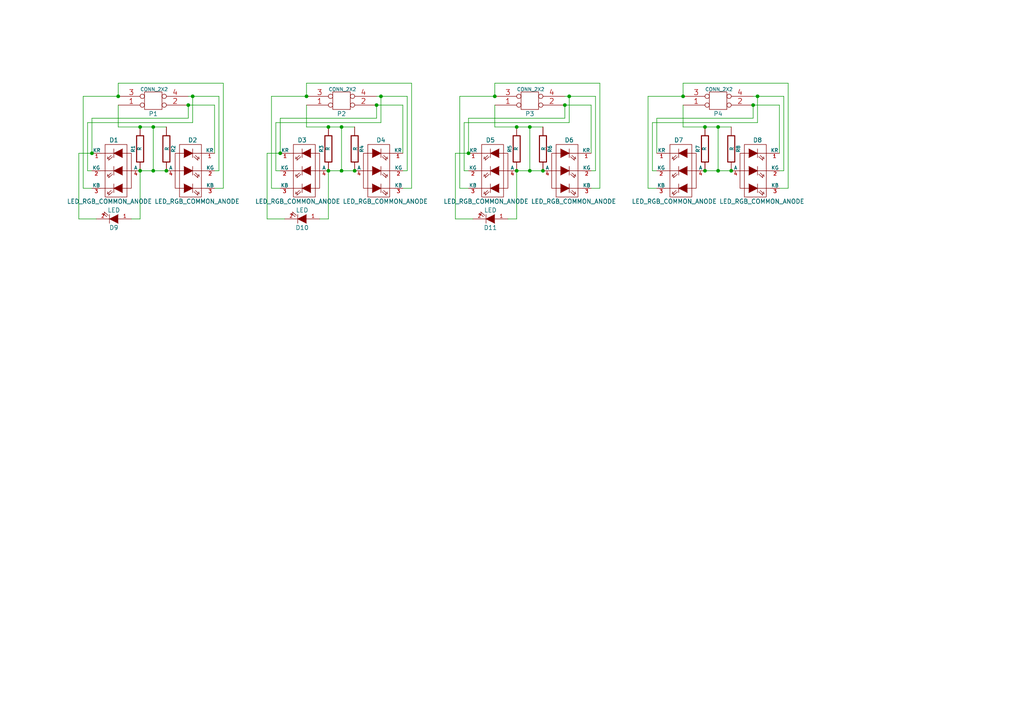
<source format=kicad_sch>
(kicad_sch (version 20230121) (generator eeschema)
  (paper "A4")
  (lib_symbols
    (symbol "rack_frontpanel_leds-rescue:CONN_2X2" (pin_names (offset 1.016) hide)
      (property "Reference" "P" (at 0 3.81 0))
      (property "Value" "CONN_2X2" (at 0.254 -3.302 0))
      (symbol "CONN_2X2_0_1"
        (rectangle (start -2.54 2.54) (end 2.54 -2.54))
      )
      (symbol "CONN_2X2_1_1"
        (pin passive inverted (at -10.16 1.27 0) (length 7.62) (name "1") (number "1"))
        (pin passive inverted (at 10.16 1.27 180) (length 7.62) (name "2") (number "2"))
        (pin passive inverted (at -10.16 -1.27 0) (length 7.62) (name "3") (number "3"))
        (pin passive inverted (at 10.16 -1.27 180) (length 7.62) (name "4") (number "4"))
      )
    )
    (symbol "rack_frontpanel_leds-rescue:LED" (pin_names (offset 1.016) hide)
      (property "Reference" "D" (at 0 2.54 0))
      (property "Value" "LED" (at 0 -2.54 0))
      (symbol "LED_0_1"
        (polyline (pts (xy 1.27 1.27) (xy 1.27 -1.27)))
        (polyline (pts (xy -1.27 1.27) (xy 1.27 0) (xy -1.27 -1.27)) (fill (type outline)))
        (polyline (pts (xy 1.651 -1.016) (xy 2.794 -2.032) (xy 2.667 -1.397)))
        (polyline (pts (xy 2.032 -0.635) (xy 3.175 -1.651) (xy 3.048 -1.016)))
      )
      (symbol "LED_1_1"
        (pin passive line (at -5.08 0 0) (length 3.81) (name "A") (number "1"))
        (pin passive line (at 5.08 0 180) (length 3.81) (name "K") (number "2"))
      )
    )
    (symbol "rack_frontpanel_leds-rescue:LED_RGB_COMMON_ANODE" (pin_names (offset 0))
      (property "Reference" "D" (at 0 8.89 0))
      (property "Value" "LED_RGB_COMMON_ANODE" (at 1.27 -8.89 0))
      (symbol "LED_RGB_COMMON_ANODE_0_1"
        (polyline (pts (xy -2.54 0) (xy -5.08 0)))
        (polyline (pts (xy 0 -5.08) (xy 2.54 -5.08)))
        (polyline (pts (xy 0 -3.81) (xy 0 -6.35)))
        (polyline (pts (xy 0 0) (xy 2.54 0)))
        (polyline (pts (xy 0 1.27) (xy 0 -1.27)))
        (polyline (pts (xy 0 5.08) (xy 2.54 5.08)))
        (polyline (pts (xy 0 6.35) (xy 0 3.81)))
        (polyline (pts (xy 3.81 -5.08) (xy 2.54 -5.08)))
        (polyline (pts (xy 3.81 0) (xy 2.54 0)))
        (polyline (pts (xy 3.81 5.08) (xy 2.54 5.08)))
        (polyline (pts (xy -5.08 0) (xy -5.08 -5.08) (xy -2.54 -5.08)))
        (polyline (pts (xy -2.54 -3.81) (xy 0 -5.08) (xy -2.54 -6.35)) (fill (type outline)))
        (polyline (pts (xy -2.54 1.27) (xy 0 0) (xy -2.54 -1.27)) (fill (type outline)))
        (polyline (pts (xy -2.54 5.08) (xy -5.08 5.08) (xy -5.08 0)))
        (polyline (pts (xy -2.54 6.35) (xy 0 5.08) (xy -2.54 3.81)) (fill (type outline)))
        (polyline (pts (xy 0.381 -6.096) (xy 1.524 -7.112) (xy 1.397 -6.477)))
        (polyline (pts (xy 0.381 -1.016) (xy 1.524 -2.032) (xy 1.397 -1.397)))
        (polyline (pts (xy 0.381 4.064) (xy 1.524 3.048) (xy 1.397 3.683)))
        (polyline (pts (xy 0.762 -5.715) (xy 1.905 -6.731) (xy 1.778 -6.096)))
        (polyline (pts (xy 0.762 -0.635) (xy 1.905 -1.651) (xy 1.778 -1.016)))
        (polyline (pts (xy 0.762 4.445) (xy 1.905 3.429) (xy 1.778 4.064)))
        (rectangle (start 2.54 7.62) (end -3.81 -7.62))
      )
      (symbol "LED_RGB_COMMON_ANODE_1_1"
        (pin input line (at 6.35 5.08 180) (length 2.794) (name "KR") (number "1"))
        (pin input line (at 6.35 0 180) (length 2.54) (name "KG") (number "2"))
        (pin input line (at 6.35 -5.08 180) (length 2.54) (name "KB") (number "3"))
        (pin input line (at -7.62 0 0) (length 2.54) (name "A") (number "4"))
      )
    )
    (symbol "rack_frontpanel_leds-rescue:R" (pin_numbers hide) (pin_names (offset 0))
      (property "Reference" "R" (at 2.032 0 90))
      (property "Value" "R" (at 0.1778 0.0254 90))
      (symbol "R_0_1"
        (rectangle (start -1.016 3.81) (end 1.016 -3.81) (stroke (width 0.3048)))
      )
      (symbol "R_1_1"
        (pin passive line (at 0 6.35 270) (length 2.54) (name "~") (number "1"))
        (pin passive line (at 0 -6.35 90) (length 2.54) (name "~") (number "2"))
      )
    )
  )
  (junction (at 99.06 49.53))
  (junction (at 143.51 27.94))
  (junction (at 40.64 49.53))
  (junction (at 44.45 36.83))
  (junction (at 99.06 36.83))
  (junction (at 165.1 27.94))
  (junction (at 95.25 36.83))
  (junction (at 208.28 49.53))
  (junction (at 109.22 30.48))
  (junction (at 34.29 27.94))
  (junction (at 157.48 49.53))
  (junction (at 149.86 36.83))
  (junction (at 163.83 30.48))
  (junction (at 218.44 30.48))
  (junction (at 153.67 49.53))
  (junction (at 40.64 36.83))
  (junction (at 198.12 27.94))
  (junction (at 212.09 49.53))
  (junction (at 208.28 36.83))
  (junction (at 54.61 30.48))
  (junction (at 48.26 49.53))
  (junction (at 81.28 44.45))
  (junction (at 204.47 36.83))
  (junction (at 88.9 27.94))
  (junction (at 44.45 49.53))
  (junction (at 55.88 27.94))
  (junction (at 204.47 49.53))
  (junction (at 102.87 49.53))
  (junction (at 153.67 36.83))
  (junction (at 26.67 44.45))
  (junction (at 110.49 27.94))
  (junction (at 149.86 49.53))
  (junction (at 135.89 44.45))
  (junction (at 95.25 49.53))
  (junction (at 219.71 27.94))
  (wire (pts (xy 80.01 35.56) (xy 110.49 35.56)))
  (wire (pts (xy 218.44 30.48) (xy 226.06 30.48)))
  (wire (pts (xy 189.23 35.56) (xy 219.71 35.56)))
  (wire (pts (xy 133.35 54.61) (xy 133.35 27.94)))
  (wire (pts (xy 187.96 54.61) (xy 187.96 27.94)))
  (wire (pts (xy 134.62 35.56) (xy 165.1 35.56)))
  (wire (pts (xy 25.4 35.56) (xy 55.88 35.56)))
  (wire (pts (xy 55.88 35.56) (xy 55.88 27.94)))
  (wire (pts (xy 77.47 63.5) (xy 77.47 44.45)))
  (wire (pts (xy 63.5 49.53) (xy 63.5 27.94)))
  (wire (pts (xy 82.55 63.5) (xy 77.47 63.5)))
  (wire (pts (xy 95.25 49.53) (xy 95.25 63.5)))
  (wire (pts (xy 40.64 63.5) (xy 38.1 63.5)))
  (wire (pts (xy 22.86 44.45) (xy 26.67 44.45)))
  (wire (pts (xy 99.06 36.83) (xy 102.87 36.83)))
  (wire (pts (xy 190.5 44.45) (xy 190.5 34.29)))
  (wire (pts (xy 26.67 54.61) (xy 24.13 54.61)))
  (wire (pts (xy 40.64 49.53) (xy 44.45 49.53)))
  (wire (pts (xy 187.96 27.94) (xy 198.12 27.94)))
  (wire (pts (xy 208.28 49.53) (xy 212.09 49.53)))
  (wire (pts (xy 95.25 36.83) (xy 99.06 36.83)))
  (wire (pts (xy 143.51 36.83) (xy 149.86 36.83)))
  (wire (pts (xy 119.38 24.13) (xy 88.9 24.13)))
  (wire (pts (xy 27.94 63.5) (xy 22.86 63.5)))
  (wire (pts (xy 132.08 63.5) (xy 132.08 44.45)))
  (wire (pts (xy 110.49 35.56) (xy 110.49 27.94)))
  (wire (pts (xy 226.06 49.53) (xy 227.33 49.53)))
  (wire (pts (xy 190.5 54.61) (xy 187.96 54.61)))
  (wire (pts (xy 190.5 34.29) (xy 218.44 34.29)))
  (wire (pts (xy 55.88 27.94) (xy 54.61 27.94)))
  (wire (pts (xy 109.22 30.48) (xy 116.84 30.48)))
  (wire (pts (xy 153.67 49.53) (xy 157.48 49.53)))
  (wire (pts (xy 81.28 54.61) (xy 78.74 54.61)))
  (wire (pts (xy 218.44 34.29) (xy 218.44 30.48)))
  (wire (pts (xy 143.51 24.13) (xy 143.51 27.94)))
  (wire (pts (xy 198.12 30.48) (xy 198.12 36.83)))
  (wire (pts (xy 219.71 35.56) (xy 219.71 27.94)))
  (wire (pts (xy 134.62 49.53) (xy 134.62 35.56)))
  (wire (pts (xy 189.23 49.53) (xy 189.23 35.56)))
  (wire (pts (xy 81.28 44.45) (xy 81.28 34.29)))
  (wire (pts (xy 135.89 44.45) (xy 135.89 34.29)))
  (wire (pts (xy 149.86 49.53) (xy 149.86 63.5)))
  (wire (pts (xy 25.4 49.53) (xy 25.4 35.56)))
  (wire (pts (xy 135.89 54.61) (xy 133.35 54.61)))
  (wire (pts (xy 172.72 27.94) (xy 165.1 27.94)))
  (wire (pts (xy 198.12 24.13) (xy 198.12 27.94)))
  (wire (pts (xy 95.25 49.53) (xy 99.06 49.53)))
  (wire (pts (xy 81.28 34.29) (xy 109.22 34.29)))
  (wire (pts (xy 26.67 34.29) (xy 54.61 34.29)))
  (wire (pts (xy 227.33 49.53) (xy 227.33 27.94)))
  (wire (pts (xy 26.67 49.53) (xy 25.4 49.53)))
  (wire (pts (xy 54.61 30.48) (xy 62.23 30.48)))
  (wire (pts (xy 54.61 34.29) (xy 54.61 30.48)))
  (wire (pts (xy 132.08 44.45) (xy 135.89 44.45)))
  (wire (pts (xy 99.06 49.53) (xy 102.87 49.53)))
  (wire (pts (xy 208.28 36.83) (xy 208.28 49.53)))
  (wire (pts (xy 228.6 54.61) (xy 228.6 24.13)))
  (wire (pts (xy 88.9 30.48) (xy 88.9 36.83)))
  (wire (pts (xy 118.11 49.53) (xy 118.11 27.94)))
  (wire (pts (xy 78.74 27.94) (xy 88.9 27.94)))
  (wire (pts (xy 173.99 24.13) (xy 143.51 24.13)))
  (wire (pts (xy 137.16 63.5) (xy 132.08 63.5)))
  (wire (pts (xy 110.49 27.94) (xy 109.22 27.94)))
  (wire (pts (xy 62.23 54.61) (xy 64.77 54.61)))
  (wire (pts (xy 80.01 49.53) (xy 80.01 35.56)))
  (wire (pts (xy 34.29 36.83) (xy 40.64 36.83)))
  (wire (pts (xy 165.1 35.56) (xy 165.1 27.94)))
  (wire (pts (xy 44.45 49.53) (xy 48.26 49.53)))
  (wire (pts (xy 133.35 27.94) (xy 143.51 27.94)))
  (wire (pts (xy 44.45 36.83) (xy 48.26 36.83)))
  (wire (pts (xy 64.77 54.61) (xy 64.77 24.13)))
  (wire (pts (xy 163.83 34.29) (xy 163.83 30.48)))
  (wire (pts (xy 24.13 54.61) (xy 24.13 27.94)))
  (wire (pts (xy 173.99 54.61) (xy 173.99 24.13)))
  (wire (pts (xy 34.29 30.48) (xy 34.29 36.83)))
  (wire (pts (xy 163.83 30.48) (xy 171.45 30.48)))
  (wire (pts (xy 149.86 63.5) (xy 147.32 63.5)))
  (wire (pts (xy 171.45 30.48) (xy 171.45 44.45)))
  (wire (pts (xy 171.45 49.53) (xy 172.72 49.53)))
  (wire (pts (xy 95.25 63.5) (xy 92.71 63.5)))
  (wire (pts (xy 198.12 36.83) (xy 204.47 36.83)))
  (wire (pts (xy 149.86 49.53) (xy 153.67 49.53)))
  (wire (pts (xy 88.9 36.83) (xy 95.25 36.83)))
  (wire (pts (xy 62.23 49.53) (xy 63.5 49.53)))
  (wire (pts (xy 88.9 24.13) (xy 88.9 27.94)))
  (wire (pts (xy 77.47 44.45) (xy 81.28 44.45)))
  (wire (pts (xy 204.47 49.53) (xy 208.28 49.53)))
  (wire (pts (xy 226.06 54.61) (xy 228.6 54.61)))
  (wire (pts (xy 116.84 30.48) (xy 116.84 44.45)))
  (wire (pts (xy 78.74 54.61) (xy 78.74 27.94)))
  (wire (pts (xy 40.64 49.53) (xy 40.64 63.5)))
  (wire (pts (xy 190.5 49.53) (xy 189.23 49.53)))
  (wire (pts (xy 171.45 54.61) (xy 173.99 54.61)))
  (wire (pts (xy 153.67 36.83) (xy 157.48 36.83)))
  (wire (pts (xy 119.38 54.61) (xy 119.38 24.13)))
  (wire (pts (xy 40.64 36.83) (xy 44.45 36.83)))
  (wire (pts (xy 34.29 24.13) (xy 34.29 27.94)))
  (wire (pts (xy 135.89 34.29) (xy 163.83 34.29)))
  (wire (pts (xy 227.33 27.94) (xy 219.71 27.94)))
  (wire (pts (xy 116.84 54.61) (xy 119.38 54.61)))
  (wire (pts (xy 172.72 49.53) (xy 172.72 27.94)))
  (wire (pts (xy 109.22 34.29) (xy 109.22 30.48)))
  (wire (pts (xy 204.47 36.83) (xy 208.28 36.83)))
  (wire (pts (xy 116.84 49.53) (xy 118.11 49.53)))
  (wire (pts (xy 26.67 44.45) (xy 26.67 34.29)))
  (wire (pts (xy 99.06 36.83) (xy 99.06 49.53)))
  (wire (pts (xy 62.23 30.48) (xy 62.23 44.45)))
  (wire (pts (xy 219.71 27.94) (xy 218.44 27.94)))
  (wire (pts (xy 153.67 36.83) (xy 153.67 49.53)))
  (wire (pts (xy 64.77 24.13) (xy 34.29 24.13)))
  (wire (pts (xy 226.06 30.48) (xy 226.06 44.45)))
  (wire (pts (xy 149.86 36.83) (xy 153.67 36.83)))
  (wire (pts (xy 81.28 49.53) (xy 80.01 49.53)))
  (wire (pts (xy 143.51 30.48) (xy 143.51 36.83)))
  (wire (pts (xy 63.5 27.94) (xy 55.88 27.94)))
  (wire (pts (xy 22.86 63.5) (xy 22.86 44.45)))
  (wire (pts (xy 118.11 27.94) (xy 110.49 27.94)))
  (wire (pts (xy 208.28 36.83) (xy 212.09 36.83)))
  (wire (pts (xy 44.45 36.83) (xy 44.45 49.53)))
  (wire (pts (xy 165.1 27.94) (xy 163.83 27.94)))
  (wire (pts (xy 24.13 27.94) (xy 34.29 27.94)))
  (wire (pts (xy 135.89 49.53) (xy 134.62 49.53)))
  (wire (pts (xy 228.6 24.13) (xy 198.12 24.13)))
  (symbol (lib_id "rack_frontpanel_leds-rescue:R") (at 48.26 43.18 0) (unit 1)
    (property "Reference" "R2" (at 50.292 43.18 90) (effects (font (size 1.016 1.016))))
    (property "Value" "R" (at 48.4378 43.1546 90) (effects (font (size 1.016 1.016))))
  )
  (symbol (lib_id "rack_frontpanel_leds-rescue:LED_RGB_COMMON_ANODE") (at 55.88 49.53 0) (unit 1)
    (property "Reference" "D2" (at 55.88 40.64 0))
    (property "Value" "LED_RGB_COMMON_ANODE" (at 57.15 58.42 0))
  )
  (symbol (lib_id "rack_frontpanel_leds-rescue:R") (at 40.64 43.18 0) (mirror y) (unit 1)
    (property "Reference" "R1" (at 38.608 43.18 90) (effects (font (size 1.016 1.016))))
    (property "Value" "R" (at 40.4622 43.1546 90) (effects (font (size 1.016 1.016))))
  )
  (symbol (lib_id "rack_frontpanel_leds-rescue:LED_RGB_COMMON_ANODE") (at 33.02 49.53 0) (mirror y) (unit 1)
    (property "Reference" "D1" (at 33.02 40.64 0))
    (property "Value" "LED_RGB_COMMON_ANODE" (at 31.75 58.42 0))
  )
  (symbol (lib_id "rack_frontpanel_leds-rescue:CONN_2X2") (at 44.45 29.21 0) (mirror x) (unit 1)
    (property "Reference" "P1" (at 44.45 33.02 0))
    (property "Value" "CONN_2X2" (at 44.704 25.908 0) (effects (font (size 1.016 1.016))))
  )
  (symbol (lib_id "rack_frontpanel_leds-rescue:R") (at 102.87 43.18 0) (unit 1)
    (property "Reference" "R4" (at 104.902 43.18 90) (effects (font (size 1.016 1.016))))
    (property "Value" "R" (at 103.0478 43.1546 90) (effects (font (size 1.016 1.016))))
  )
  (symbol (lib_id "rack_frontpanel_leds-rescue:LED_RGB_COMMON_ANODE") (at 110.49 49.53 0) (unit 1)
    (property "Reference" "D4" (at 110.49 40.64 0))
    (property "Value" "LED_RGB_COMMON_ANODE" (at 111.76 58.42 0))
  )
  (symbol (lib_id "rack_frontpanel_leds-rescue:R") (at 95.25 43.18 0) (mirror y) (unit 1)
    (property "Reference" "R3" (at 93.218 43.18 90) (effects (font (size 1.016 1.016))))
    (property "Value" "R" (at 95.0722 43.1546 90) (effects (font (size 1.016 1.016))))
  )
  (symbol (lib_id "rack_frontpanel_leds-rescue:LED_RGB_COMMON_ANODE") (at 87.63 49.53 0) (mirror y) (unit 1)
    (property "Reference" "D3" (at 87.63 40.64 0))
    (property "Value" "LED_RGB_COMMON_ANODE" (at 86.36 58.42 0))
  )
  (symbol (lib_id "rack_frontpanel_leds-rescue:CONN_2X2") (at 99.06 29.21 0) (mirror x) (unit 1)
    (property "Reference" "P2" (at 99.06 33.02 0))
    (property "Value" "CONN_2X2" (at 99.314 25.908 0) (effects (font (size 1.016 1.016))))
  )
  (symbol (lib_id "rack_frontpanel_leds-rescue:R") (at 157.48 43.18 0) (unit 1)
    (property "Reference" "R6" (at 159.512 43.18 90) (effects (font (size 1.016 1.016))))
    (property "Value" "R" (at 157.6578 43.1546 90) (effects (font (size 1.016 1.016))))
  )
  (symbol (lib_id "rack_frontpanel_leds-rescue:LED_RGB_COMMON_ANODE") (at 165.1 49.53 0) (unit 1)
    (property "Reference" "D6" (at 165.1 40.64 0))
    (property "Value" "LED_RGB_COMMON_ANODE" (at 166.37 58.42 0))
  )
  (symbol (lib_id "rack_frontpanel_leds-rescue:R") (at 149.86 43.18 0) (mirror y) (unit 1)
    (property "Reference" "R5" (at 147.828 43.18 90) (effects (font (size 1.016 1.016))))
    (property "Value" "R" (at 149.6822 43.1546 90) (effects (font (size 1.016 1.016))))
  )
  (symbol (lib_id "rack_frontpanel_leds-rescue:LED_RGB_COMMON_ANODE") (at 142.24 49.53 0) (mirror y) (unit 1)
    (property "Reference" "D5" (at 142.24 40.64 0))
    (property "Value" "LED_RGB_COMMON_ANODE" (at 140.97 58.42 0))
  )
  (symbol (lib_id "rack_frontpanel_leds-rescue:CONN_2X2") (at 153.67 29.21 0) (mirror x) (unit 1)
    (property "Reference" "P3" (at 153.67 33.02 0))
    (property "Value" "CONN_2X2" (at 153.924 25.908 0) (effects (font (size 1.016 1.016))))
  )
  (symbol (lib_id "rack_frontpanel_leds-rescue:R") (at 212.09 43.18 0) (unit 1)
    (property "Reference" "R8" (at 214.122 43.18 90) (effects (font (size 1.016 1.016))))
    (property "Value" "R" (at 212.2678 43.1546 90) (effects (font (size 1.016 1.016))))
  )
  (symbol (lib_id "rack_frontpanel_leds-rescue:LED_RGB_COMMON_ANODE") (at 219.71 49.53 0) (unit 1)
    (property "Reference" "D8" (at 219.71 40.64 0))
    (property "Value" "LED_RGB_COMMON_ANODE" (at 220.98 58.42 0))
  )
  (symbol (lib_id "rack_frontpanel_leds-rescue:R") (at 204.47 43.18 0) (mirror y) (unit 1)
    (property "Reference" "R7" (at 202.438 43.18 90) (effects (font (size 1.016 1.016))))
    (property "Value" "R" (at 204.2922 43.1546 90) (effects (font (size 1.016 1.016))))
  )
  (symbol (lib_id "rack_frontpanel_leds-rescue:LED_RGB_COMMON_ANODE") (at 196.85 49.53 0) (mirror y) (unit 1)
    (property "Reference" "D7" (at 196.85 40.64 0))
    (property "Value" "LED_RGB_COMMON_ANODE" (at 195.58 58.42 0))
  )
  (symbol (lib_id "rack_frontpanel_leds-rescue:CONN_2X2") (at 208.28 29.21 0) (mirror x) (unit 1)
    (property "Reference" "P4" (at 208.28 33.02 0))
    (property "Value" "CONN_2X2" (at 208.534 25.908 0) (effects (font (size 1.016 1.016))))
  )
  (symbol (lib_id "rack_frontpanel_leds-rescue:LED") (at 33.02 63.5 180) (unit 1)
    (property "Reference" "D9" (at 33.02 66.04 0))
    (property "Value" "LED" (at 33.02 60.96 0))
  )
  (symbol (lib_id "rack_frontpanel_leds-rescue:LED") (at 87.63 63.5 180) (unit 1)
    (property "Reference" "D10" (at 87.63 66.04 0))
    (property "Value" "LED" (at 87.63 60.96 0))
  )
  (symbol (lib_id "rack_frontpanel_leds-rescue:LED") (at 142.24 63.5 180) (unit 1)
    (property "Reference" "D11" (at 142.24 66.04 0))
    (property "Value" "LED" (at 142.24 60.96 0))
  )
)
</source>
